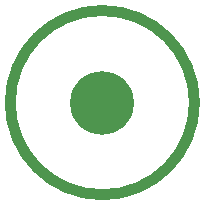
<source format=gbr>
%TF.GenerationSoftware,KiCad,Pcbnew,(6.0.1)*%
%TF.CreationDate,2022-09-09T11:21:20-04:00*%
%TF.ProjectId,SHV_Feedthrough_PulserPCB,5348565f-4665-4656-9474-68726f756768,rev?*%
%TF.SameCoordinates,Original*%
%TF.FileFunction,Copper,L2,Bot*%
%TF.FilePolarity,Positive*%
%FSLAX46Y46*%
G04 Gerber Fmt 4.6, Leading zero omitted, Abs format (unit mm)*
G04 Created by KiCad (PCBNEW (6.0.1)) date 2022-09-09 11:21:20*
%MOMM*%
%LPD*%
G01*
G04 APERTURE LIST*
%TA.AperFunction,NonConductor*%
%ADD10C,0.900000*%
%TD*%
%TA.AperFunction,ComponentPad*%
%ADD11C,0.910000*%
%TD*%
%TA.AperFunction,ComponentPad*%
%ADD12C,5.400000*%
%TD*%
G04 APERTURE END LIST*
D10*
X161800000Y-76000000D02*
G75*
G03*
X161800000Y-76000000I-7800000J0D01*
G01*
D11*
%TO.P,J2,1,Pin_1*%
%TO.N,Net-(C1-Pad1)*%
X160755000Y-79900000D03*
%TD*%
%TO.P,J3,1,Pin_1*%
%TO.N,Net-(C1-Pad1)*%
X147245000Y-79900000D03*
%TD*%
%TO.P,J7,1,Pin_1*%
%TO.N,Net-(C1-Pad1)*%
X154000000Y-83800000D03*
%TD*%
%TO.P,J5,1,Pin_1*%
%TO.N,Net-(C1-Pad1)*%
X160755000Y-72100000D03*
%TD*%
D12*
%TO.P,J1,1,Pin_1*%
%TO.N,Net-(C1-Pad2)*%
X154000000Y-76000000D03*
%TD*%
D11*
%TO.P,J6,1,Pin_1*%
%TO.N,Net-(C1-Pad1)*%
X147245000Y-72100000D03*
%TD*%
%TO.P,J4,1,Pin_1*%
%TO.N,Net-(C1-Pad1)*%
X154000000Y-68200000D03*
%TD*%
M02*

</source>
